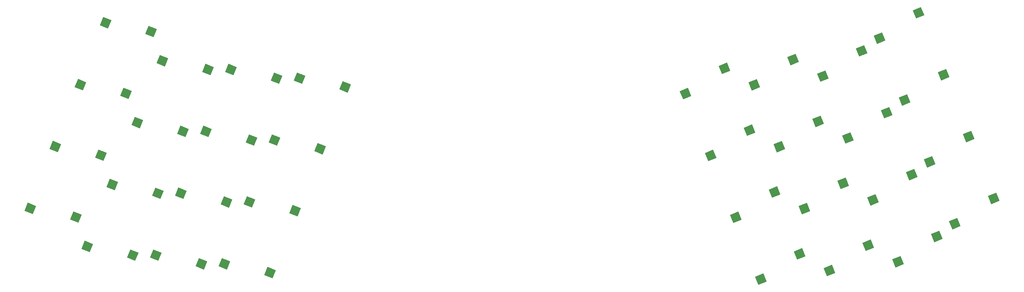
<source format=gbr>
G04 #@! TF.GenerationSoftware,KiCad,Pcbnew,(5.1.4)-1*
G04 #@! TF.CreationDate,2023-05-25T13:29:13-04:00*
G04 #@! TF.ProjectId,ThumbsUp,5468756d-6273-4557-902e-6b696361645f,rev?*
G04 #@! TF.SameCoordinates,Original*
G04 #@! TF.FileFunction,Paste,Bot*
G04 #@! TF.FilePolarity,Positive*
%FSLAX46Y46*%
G04 Gerber Fmt 4.6, Leading zero omitted, Abs format (unit mm)*
G04 Created by KiCad (PCBNEW (5.1.4)-1) date 2023-05-25 13:29:13*
%MOMM*%
%LPD*%
G04 APERTURE LIST*
%ADD10C,2.500000*%
%ADD11C,0.100000*%
G04 APERTURE END LIST*
D10*
X258009652Y-133577521D03*
D11*
G36*
X258723553Y-131940918D02*
G01*
X259660070Y-134258877D01*
X257295751Y-135214124D01*
X256359234Y-132896165D01*
X258723553Y-131940918D01*
X258723553Y-131940918D01*
G37*
D10*
X246975447Y-140775108D03*
D11*
G36*
X247689348Y-139138505D02*
G01*
X248625865Y-141456464D01*
X246261546Y-142411711D01*
X245325029Y-140093752D01*
X247689348Y-139138505D01*
X247689348Y-139138505D01*
G37*
D10*
X230857380Y-151601369D03*
D11*
G36*
X231571281Y-149964766D02*
G01*
X232507798Y-152282725D01*
X230143479Y-153237972D01*
X229206962Y-150920013D01*
X231571281Y-149964766D01*
X231571281Y-149964766D01*
G37*
D10*
X241891585Y-144403782D03*
D11*
G36*
X242605486Y-142767179D02*
G01*
X243542003Y-145085138D01*
X241177684Y-146040385D01*
X240241167Y-143722426D01*
X242605486Y-142767179D01*
X242605486Y-142767179D01*
G37*
D10*
X211367854Y-154082975D03*
D11*
G36*
X212081755Y-152446372D02*
G01*
X213018272Y-154764331D01*
X210653953Y-155719578D01*
X209717436Y-153401619D01*
X212081755Y-152446372D01*
X212081755Y-152446372D01*
G37*
D10*
X222402059Y-146885388D03*
D11*
G36*
X223115960Y-145248785D02*
G01*
X224052477Y-147566744D01*
X221688158Y-148521991D01*
X220751641Y-146204032D01*
X223115960Y-145248785D01*
X223115960Y-145248785D01*
G37*
D10*
X202912533Y-149366994D03*
D11*
G36*
X203626434Y-147730391D02*
G01*
X204562951Y-150048350D01*
X202198632Y-151003597D01*
X201262115Y-148685638D01*
X203626434Y-147730391D01*
X203626434Y-147730391D01*
G37*
D10*
X191878328Y-156564581D03*
D11*
G36*
X192592229Y-154927978D02*
G01*
X193528746Y-157245937D01*
X191164427Y-158201184D01*
X190227910Y-155883225D01*
X192592229Y-154927978D01*
X192592229Y-154927978D01*
G37*
D10*
X95241256Y-154677655D03*
D11*
G36*
X96891674Y-153996299D02*
G01*
X95955157Y-156314258D01*
X93590838Y-155359011D01*
X94527355Y-153041052D01*
X96891674Y-153996299D01*
X96891674Y-153996299D01*
G37*
D10*
X82304049Y-152190162D03*
D11*
G36*
X83954467Y-151508806D02*
G01*
X83017950Y-153826765D01*
X80653631Y-152871518D01*
X81590148Y-150553559D01*
X83954467Y-151508806D01*
X83954467Y-151508806D01*
G37*
D10*
X62814523Y-149708556D03*
D11*
G36*
X64464941Y-149027200D02*
G01*
X63528424Y-151345159D01*
X61164105Y-150389912D01*
X62100622Y-148071953D01*
X64464941Y-149027200D01*
X64464941Y-149027200D01*
G37*
D10*
X75751730Y-152196049D03*
D11*
G36*
X77402148Y-151514693D02*
G01*
X76465631Y-153832652D01*
X74101312Y-152877405D01*
X75037829Y-150559446D01*
X77402148Y-151514693D01*
X77402148Y-151514693D01*
G37*
D10*
X43324996Y-147226950D03*
D11*
G36*
X44975414Y-146545594D02*
G01*
X44038897Y-148863553D01*
X41674578Y-147908306D01*
X42611095Y-145590347D01*
X44975414Y-146545594D01*
X44975414Y-146545594D01*
G37*
D10*
X56262203Y-149714443D03*
D11*
G36*
X57912621Y-149033087D02*
G01*
X56976104Y-151351046D01*
X54611785Y-150395799D01*
X55548302Y-148077840D01*
X57912621Y-149033087D01*
X57912621Y-149033087D01*
G37*
D10*
X40144136Y-138888182D03*
D11*
G36*
X41794554Y-138206826D02*
G01*
X40858037Y-140524785D01*
X38493718Y-139569538D01*
X39430235Y-137251579D01*
X41794554Y-138206826D01*
X41794554Y-138206826D01*
G37*
D10*
X27206929Y-136400689D03*
D11*
G36*
X28857347Y-135719333D02*
G01*
X27920830Y-138037292D01*
X25556511Y-137082045D01*
X26493028Y-134764086D01*
X28857347Y-135719333D01*
X28857347Y-135719333D01*
G37*
D10*
X279362228Y-186427001D03*
D11*
G36*
X280076129Y-184790398D02*
G01*
X281012646Y-187108357D01*
X278648327Y-188063604D01*
X277711810Y-185745645D01*
X280076129Y-184790398D01*
X280076129Y-184790398D01*
G37*
D10*
X268328023Y-193624588D03*
D11*
G36*
X269041924Y-191987985D02*
G01*
X269978441Y-194305944D01*
X267614122Y-195261191D01*
X266677605Y-192943232D01*
X269041924Y-191987985D01*
X269041924Y-191987985D01*
G37*
D10*
X272244703Y-168810507D03*
D11*
G36*
X272958604Y-167173904D02*
G01*
X273895121Y-169491863D01*
X271530802Y-170447110D01*
X270594285Y-168129151D01*
X272958604Y-167173904D01*
X272958604Y-167173904D01*
G37*
D10*
X261210498Y-176008094D03*
D11*
G36*
X261924399Y-174371491D02*
G01*
X262860916Y-176689450D01*
X260496597Y-177644697D01*
X259560080Y-175326738D01*
X261924399Y-174371491D01*
X261924399Y-174371491D01*
G37*
D10*
X265127178Y-151194014D03*
D11*
G36*
X265841079Y-149557411D02*
G01*
X266777596Y-151875370D01*
X264413277Y-152830617D01*
X263476760Y-150512658D01*
X265841079Y-149557411D01*
X265841079Y-149557411D01*
G37*
D10*
X254092973Y-158391601D03*
D11*
G36*
X254806874Y-156754998D02*
G01*
X255743391Y-159072957D01*
X253379072Y-160028204D01*
X252442555Y-157710245D01*
X254806874Y-156754998D01*
X254806874Y-156754998D01*
G37*
D10*
X252209956Y-204450848D03*
D11*
G36*
X252923857Y-202814245D02*
G01*
X253860374Y-205132204D01*
X251496055Y-206087451D01*
X250559538Y-203769492D01*
X252923857Y-202814245D01*
X252923857Y-202814245D01*
G37*
D10*
X263244161Y-197253261D03*
D11*
G36*
X263958062Y-195616658D02*
G01*
X264894579Y-197934617D01*
X262530260Y-198889864D01*
X261593743Y-196571905D01*
X263958062Y-195616658D01*
X263958062Y-195616658D01*
G37*
D10*
X245092431Y-186834355D03*
D11*
G36*
X245806332Y-185197752D02*
G01*
X246742849Y-187515711D01*
X244378530Y-188470958D01*
X243442013Y-186152999D01*
X245806332Y-185197752D01*
X245806332Y-185197752D01*
G37*
D10*
X256126636Y-179636768D03*
D11*
G36*
X256840537Y-178000165D02*
G01*
X257777054Y-180318124D01*
X255412735Y-181273371D01*
X254476218Y-178955412D01*
X256840537Y-178000165D01*
X256840537Y-178000165D01*
G37*
D10*
X237974906Y-169217862D03*
D11*
G36*
X238688807Y-167581259D02*
G01*
X239625324Y-169899218D01*
X237261005Y-170854465D01*
X236324488Y-168536506D01*
X238688807Y-167581259D01*
X238688807Y-167581259D01*
G37*
D10*
X249009111Y-162020275D03*
D11*
G36*
X249723012Y-160383672D02*
G01*
X250659529Y-162701631D01*
X248295210Y-163656878D01*
X247358693Y-161338919D01*
X249723012Y-160383672D01*
X249723012Y-160383672D01*
G37*
D10*
X232720430Y-206932454D03*
D11*
G36*
X233434331Y-205295851D02*
G01*
X234370848Y-207613810D01*
X232006529Y-208569057D01*
X231070012Y-206251098D01*
X233434331Y-205295851D01*
X233434331Y-205295851D01*
G37*
D10*
X243754635Y-199734867D03*
D11*
G36*
X244468536Y-198098264D02*
G01*
X245405053Y-200416223D01*
X243040734Y-201371470D01*
X242104217Y-199053511D01*
X244468536Y-198098264D01*
X244468536Y-198098264D01*
G37*
D10*
X225602905Y-189315961D03*
D11*
G36*
X226316806Y-187679358D02*
G01*
X227253323Y-189997317D01*
X224889004Y-190952564D01*
X223952487Y-188634605D01*
X226316806Y-187679358D01*
X226316806Y-187679358D01*
G37*
D10*
X236637110Y-182118374D03*
D11*
G36*
X237351011Y-180481771D02*
G01*
X238287528Y-182799730D01*
X235923209Y-183754977D01*
X234986692Y-181437018D01*
X237351011Y-180481771D01*
X237351011Y-180481771D01*
G37*
D10*
X218485380Y-171699468D03*
D11*
G36*
X219199281Y-170062865D02*
G01*
X220135798Y-172380824D01*
X217771479Y-173336071D01*
X216834962Y-171018112D01*
X219199281Y-170062865D01*
X219199281Y-170062865D01*
G37*
D10*
X229519585Y-164501881D03*
D11*
G36*
X230233486Y-162865278D02*
G01*
X231170003Y-165183237D01*
X228805684Y-166138484D01*
X227869167Y-163820525D01*
X230233486Y-162865278D01*
X230233486Y-162865278D01*
G37*
D10*
X224265109Y-202200959D03*
D11*
G36*
X224979010Y-200564356D02*
G01*
X225915527Y-202882315D01*
X223551208Y-203837562D01*
X222614691Y-201519603D01*
X224979010Y-200564356D01*
X224979010Y-200564356D01*
G37*
D10*
X213230904Y-209398546D03*
D11*
G36*
X213944805Y-207761943D02*
G01*
X214881322Y-210079902D01*
X212517003Y-211035149D01*
X211580486Y-208717190D01*
X213944805Y-207761943D01*
X213944805Y-207761943D01*
G37*
D10*
X217147584Y-184599980D03*
D11*
G36*
X217861485Y-182963377D02*
G01*
X218798002Y-185281336D01*
X216433683Y-186236583D01*
X215497166Y-183918624D01*
X217861485Y-182963377D01*
X217861485Y-182963377D01*
G37*
D10*
X206113379Y-191797567D03*
D11*
G36*
X206827280Y-190160964D02*
G01*
X207763797Y-192478923D01*
X205399478Y-193434170D01*
X204462961Y-191116211D01*
X206827280Y-190160964D01*
X206827280Y-190160964D01*
G37*
D10*
X210030058Y-166983487D03*
D11*
G36*
X210743959Y-165346884D02*
G01*
X211680476Y-167664843D01*
X209316157Y-168620090D01*
X208379640Y-166302131D01*
X210743959Y-165346884D01*
X210743959Y-165346884D01*
G37*
D10*
X198995853Y-174181074D03*
D11*
G36*
X199709754Y-172544471D02*
G01*
X200646271Y-174862430D01*
X198281952Y-175817677D01*
X197345435Y-173499718D01*
X199709754Y-172544471D01*
X199709754Y-172544471D01*
G37*
D10*
X73888680Y-207527134D03*
D11*
G36*
X75539098Y-206845778D02*
G01*
X74602581Y-209163737D01*
X72238262Y-208208490D01*
X73174779Y-205890531D01*
X75539098Y-206845778D01*
X75539098Y-206845778D01*
G37*
D10*
X60951473Y-205039641D03*
D11*
G36*
X62601891Y-204358285D02*
G01*
X61665374Y-206676244D01*
X59301055Y-205720997D01*
X60237572Y-203403038D01*
X62601891Y-204358285D01*
X62601891Y-204358285D01*
G37*
D10*
X81006205Y-189910641D03*
D11*
G36*
X82656623Y-189229285D02*
G01*
X81720106Y-191547244D01*
X79355787Y-190591997D01*
X80292304Y-188274038D01*
X82656623Y-189229285D01*
X82656623Y-189229285D01*
G37*
D10*
X68068998Y-187423148D03*
D11*
G36*
X69719416Y-186741792D02*
G01*
X68782899Y-189059751D01*
X66418580Y-188104504D01*
X67355097Y-185786545D01*
X69719416Y-186741792D01*
X69719416Y-186741792D01*
G37*
D10*
X88123730Y-172294148D03*
D11*
G36*
X89774148Y-171612792D02*
G01*
X88837631Y-173930751D01*
X86473312Y-172975504D01*
X87409829Y-170657545D01*
X89774148Y-171612792D01*
X89774148Y-171612792D01*
G37*
D10*
X75186523Y-169806655D03*
D11*
G36*
X76836941Y-169125299D02*
G01*
X75900424Y-171443258D01*
X73536105Y-170488011D01*
X74472622Y-168170052D01*
X76836941Y-169125299D01*
X76836941Y-169125299D01*
G37*
D10*
X41461947Y-202558035D03*
D11*
G36*
X43112365Y-201876679D02*
G01*
X42175848Y-204194638D01*
X39811529Y-203239391D01*
X40748046Y-200921432D01*
X43112365Y-201876679D01*
X43112365Y-201876679D01*
G37*
D10*
X54399154Y-205045528D03*
D11*
G36*
X56049572Y-204364172D02*
G01*
X55113055Y-206682131D01*
X52748736Y-205726884D01*
X53685253Y-203408925D01*
X56049572Y-204364172D01*
X56049572Y-204364172D01*
G37*
D10*
X48579472Y-184941542D03*
D11*
G36*
X50229890Y-184260186D02*
G01*
X49293373Y-186578145D01*
X46929054Y-185622898D01*
X47865571Y-183304939D01*
X50229890Y-184260186D01*
X50229890Y-184260186D01*
G37*
D10*
X61516679Y-187429035D03*
D11*
G36*
X63167097Y-186747679D02*
G01*
X62230580Y-189065638D01*
X59866261Y-188110391D01*
X60802778Y-185792432D01*
X63167097Y-186747679D01*
X63167097Y-186747679D01*
G37*
D10*
X55696997Y-167325049D03*
D11*
G36*
X57347415Y-166643693D02*
G01*
X56410898Y-168961652D01*
X54046579Y-168006405D01*
X54983096Y-165688446D01*
X57347415Y-166643693D01*
X57347415Y-166643693D01*
G37*
D10*
X68634204Y-169812542D03*
D11*
G36*
X70284622Y-169131186D02*
G01*
X69348105Y-171449145D01*
X66983786Y-170493898D01*
X67920303Y-168175939D01*
X70284622Y-169131186D01*
X70284622Y-169131186D01*
G37*
D10*
X21972421Y-200076429D03*
D11*
G36*
X23622839Y-199395073D02*
G01*
X22686322Y-201713032D01*
X20322003Y-200757785D01*
X21258520Y-198439826D01*
X23622839Y-199395073D01*
X23622839Y-199395073D01*
G37*
D10*
X34909628Y-202563922D03*
D11*
G36*
X36560046Y-201882566D02*
G01*
X35623529Y-204200525D01*
X33259210Y-203245278D01*
X34195727Y-200927319D01*
X36560046Y-201882566D01*
X36560046Y-201882566D01*
G37*
D10*
X29089946Y-182459936D03*
D11*
G36*
X30740364Y-181778580D02*
G01*
X29803847Y-184096539D01*
X27439528Y-183141292D01*
X28376045Y-180823333D01*
X30740364Y-181778580D01*
X30740364Y-181778580D01*
G37*
D10*
X42027153Y-184947429D03*
D11*
G36*
X43677571Y-184266073D02*
G01*
X42741054Y-186584032D01*
X40376735Y-185628785D01*
X41313252Y-183310826D01*
X43677571Y-184266073D01*
X43677571Y-184266073D01*
G37*
D10*
X36207471Y-164843443D03*
D11*
G36*
X37857889Y-164162087D02*
G01*
X36921372Y-166480046D01*
X34557053Y-165524799D01*
X35493570Y-163206840D01*
X37857889Y-164162087D01*
X37857889Y-164162087D01*
G37*
D10*
X49144678Y-167330936D03*
D11*
G36*
X50795096Y-166649580D02*
G01*
X49858579Y-168967539D01*
X47494260Y-168012292D01*
X48430777Y-165694333D01*
X50795096Y-166649580D01*
X50795096Y-166649580D01*
G37*
D10*
X18791561Y-191737662D03*
D11*
G36*
X20441979Y-191056306D02*
G01*
X19505462Y-193374265D01*
X17141143Y-192419018D01*
X18077660Y-190101059D01*
X20441979Y-191056306D01*
X20441979Y-191056306D01*
G37*
D10*
X5854354Y-189250169D03*
D11*
G36*
X7504772Y-188568813D02*
G01*
X6568255Y-190886772D01*
X4203936Y-189931525D01*
X5140453Y-187613566D01*
X7504772Y-188568813D01*
X7504772Y-188568813D01*
G37*
D10*
X25909086Y-174121168D03*
D11*
G36*
X27559504Y-173439812D02*
G01*
X26622987Y-175757771D01*
X24258668Y-174802524D01*
X25195185Y-172484565D01*
X27559504Y-173439812D01*
X27559504Y-173439812D01*
G37*
D10*
X12971879Y-171633675D03*
D11*
G36*
X14622297Y-170952319D02*
G01*
X13685780Y-173270278D01*
X11321461Y-172315031D01*
X12257978Y-169997072D01*
X14622297Y-170952319D01*
X14622297Y-170952319D01*
G37*
D10*
X33026611Y-156504675D03*
D11*
G36*
X34677029Y-155823319D02*
G01*
X33740512Y-158141278D01*
X31376193Y-157186031D01*
X32312710Y-154868072D01*
X34677029Y-155823319D01*
X34677029Y-155823319D01*
G37*
D10*
X20089404Y-154017182D03*
D11*
G36*
X21739822Y-153335826D02*
G01*
X20803305Y-155653785D01*
X18438986Y-154698538D01*
X19375503Y-152380579D01*
X21739822Y-153335826D01*
X21739822Y-153335826D01*
G37*
M02*

</source>
